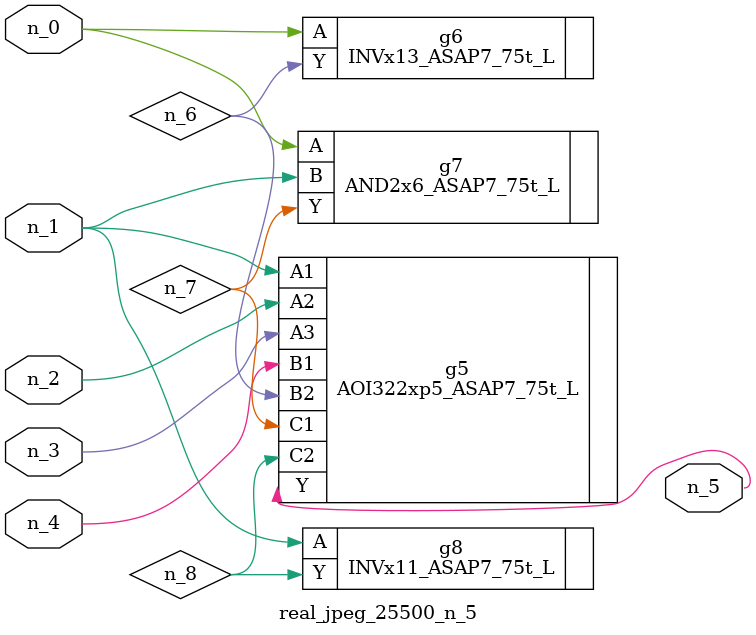
<source format=v>
module real_jpeg_25500_n_5 (n_4, n_0, n_1, n_2, n_3, n_5);

input n_4;
input n_0;
input n_1;
input n_2;
input n_3;

output n_5;

wire n_8;
wire n_6;
wire n_7;

INVx13_ASAP7_75t_L g6 ( 
.A(n_0),
.Y(n_6)
);

AND2x6_ASAP7_75t_L g7 ( 
.A(n_0),
.B(n_1),
.Y(n_7)
);

AOI322xp5_ASAP7_75t_L g5 ( 
.A1(n_1),
.A2(n_2),
.A3(n_3),
.B1(n_4),
.B2(n_6),
.C1(n_7),
.C2(n_8),
.Y(n_5)
);

INVx11_ASAP7_75t_L g8 ( 
.A(n_1),
.Y(n_8)
);


endmodule
</source>
